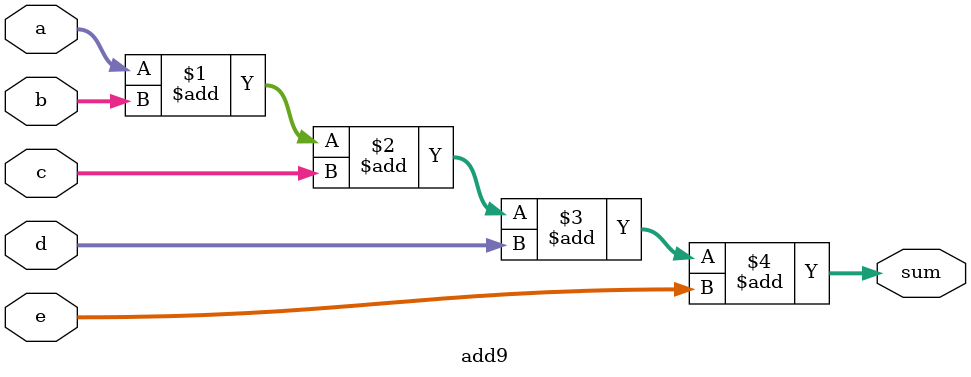
<source format=v>
module add9 (sum, a, b, c, d, e);

    //Output port
    output [11:0] sum;

    //Input port
    input [8:0] a, b, c, d, e;

    //assign
    assign sum = a + b + c + d + e;
endmodule
</source>
